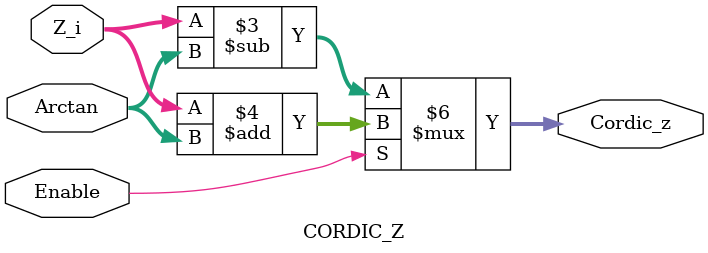
<source format=v>
module CORDIC_Z (
    input  wire signed [15:0] Z_i,
    input  wire signed [15:0] Arctan,
    input  wire               Enable,
    output reg  signed [15:0] Cordic_z
);

    always @(*) begin
        
        if (Enable == 1'b0) begin
            Cordic_z = Z_i - Arctan;
        end
        else begin
            Cordic_z = Z_i + Arctan;
        end
        
    end

endmodule
</source>
